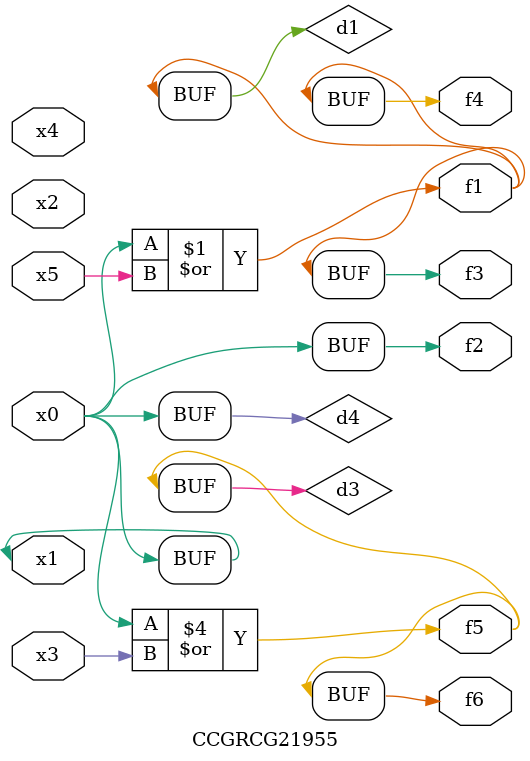
<source format=v>
module CCGRCG21955(
	input x0, x1, x2, x3, x4, x5,
	output f1, f2, f3, f4, f5, f6
);

	wire d1, d2, d3, d4;

	or (d1, x0, x5);
	xnor (d2, x1, x4);
	or (d3, x0, x3);
	buf (d4, x0, x1);
	assign f1 = d1;
	assign f2 = d4;
	assign f3 = d1;
	assign f4 = d1;
	assign f5 = d3;
	assign f6 = d3;
endmodule

</source>
